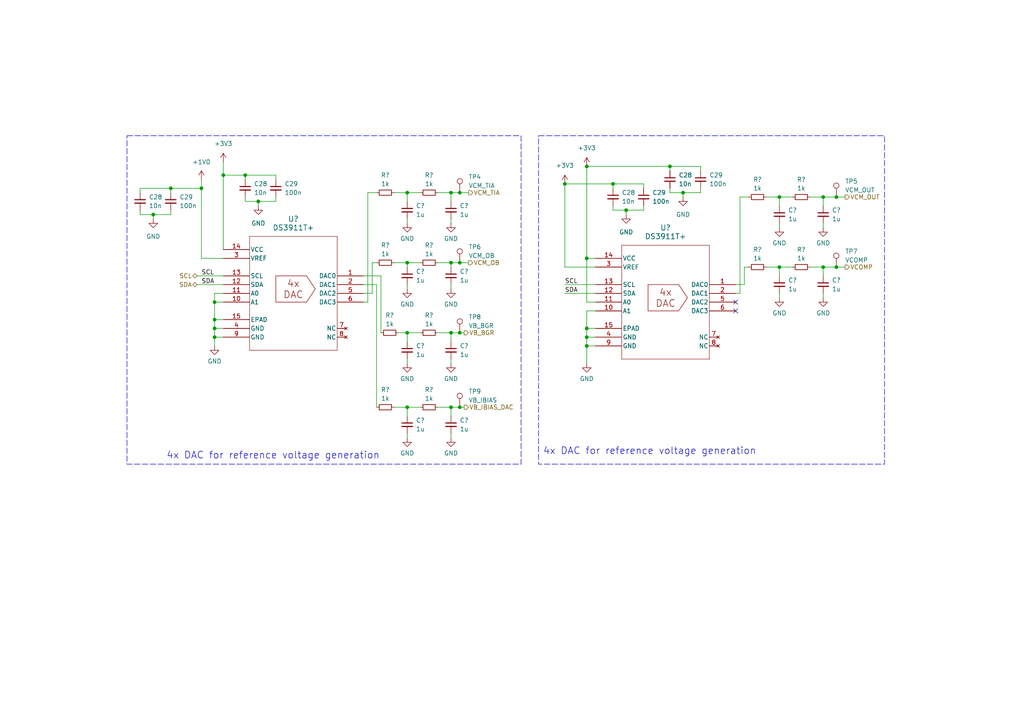
<source format=kicad_sch>
(kicad_sch (version 20230121) (generator eeschema)
  (paper "A4")
  (lib_symbols
    (symbol "Connector:TestPoint" (pin_numbers hide) (pin_names (offset 0.762) hide)
      (property "Reference" "TP" (at 0 6.858 0))
      (property "Value" "TestPoint" (at 0 5.08 0))
      (symbol "TestPoint_0_1"
        (circle (center 0 3.302) (radius 0.762))
      )
      (symbol "TestPoint_1_1"
        (pin passive line (at 0 0 90) (length 2.54) (name "1") (number "1"))
      )
    )
    (symbol "Device:C_Small" (pin_numbers hide) (pin_names (offset 0.254) hide)
      (property "Reference" "C" (at 0.254 1.778 0))
      (property "Value" "C_Small" (at 0.254 -2.032 0))
      (symbol "C_Small_0_1"
        (polyline (pts (xy -1.524 -0.508) (xy 1.524 -0.508)) (stroke (width 0.3302)))
        (polyline (pts (xy -1.524 0.508) (xy 1.524 0.508)) (stroke (width 0.3048)))
      )
      (symbol "C_Small_1_1"
        (pin passive line (at 0 2.54 270) (length 2.032) (name "~") (number "1"))
        (pin passive line (at 0 -2.54 90) (length 2.032) (name "~") (number "2"))
      )
    )
    (symbol "Device:R_Small" (pin_numbers hide) (pin_names (offset 0.254) hide)
      (property "Reference" "R" (at 0.762 0.508 0))
      (property "Value" "R_Small" (at 0.762 -1.016 0))
      (symbol "R_Small_0_1"
        (rectangle (start -0.762 1.778) (end 0.762 -1.778) (stroke (width 0.2032)))
      )
      (symbol "R_Small_1_1"
        (pin passive line (at 0 2.54 270) (length 0.762) (name "~") (number "1"))
        (pin passive line (at 0 -2.54 90) (length 0.762) (name "~") (number "2"))
      )
    )
    (symbol "imported_components:DS3911T+" (pin_names (offset 0.254))
      (property "Reference" "U" (at 0 19.05 0))
      (property "Value" "DS3911T+" (at 0 16.51 0))
      (symbol "DS3911T+_0_1"
        (polyline (pts (xy -12.7 -17.78) (xy 12.7 -17.78)) (stroke (width 0.127)))
        (polyline (pts (xy -12.7 15.24) (xy -12.7 -17.78)) (stroke (width 0.127)))
        (polyline (pts (xy 12.7 -17.78) (xy 12.7 15.24)) (stroke (width 0.127)))
        (polyline (pts (xy 12.7 15.24) (xy -12.7 15.24)) (stroke (width 0.127)))
        (pin bidirectional line (at 20.32 3.81 180) (length 7.62) (name "DAC0") (number "1"))
        (pin bidirectional line (at -20.32 1.27 0) (length 7.62) (name "SDA") (number "12"))
        (pin bidirectional line (at -20.32 3.81 0) (length 7.62) (name "SCL") (number "13"))
        (pin power_in line (at -20.32 11.43 0) (length 7.62) (name "VCC") (number "14"))
        (pin bidirectional line (at 20.32 1.27 180) (length 7.62) (name "DAC1") (number "2"))
        (pin power_in line (at -20.32 8.89 0) (length 7.62) (name "VREF") (number "3"))
        (pin power_in line (at -20.32 -11.43 0) (length 7.62) (name "GND") (number "4"))
        (pin bidirectional line (at 20.32 -1.27 180) (length 7.62) (name "DAC2") (number "5"))
        (pin bidirectional line (at 20.32 -3.81 180) (length 7.62) (name "DAC3") (number "6"))
        (pin power_in line (at -20.32 -13.97 0) (length 7.62) (name "GND") (number "9"))
      )
      (symbol "DS3911T+_1_1"
        (polyline (pts (xy -5.08 3.81) (xy -5.08 -3.81) (xy 3.81 -3.81) (xy 6.35 0) (xy 3.81 3.81) (xy -5.08 3.81)))
        (text "4x\nDAC" (at 0 0 0) (effects (font (size 2 2))))
        (pin passive line (at -20.32 -3.81 0) (length 7.62) (name "A1") (number "10"))
        (pin passive line (at -20.32 -1.27 0) (length 7.62) (name "A0") (number "11"))
        (pin power_in line (at -20.32 -8.89 0) (length 7.62) (name "EPAD") (number "15"))
        (pin no_connect line (at 15.24 -11.43 180) (length 2.54) (name "NC") (number "7"))
        (pin no_connect line (at 15.24 -13.97 180) (length 2.54) (name "NC") (number "8"))
      )
    )
    (symbol "power:+1V0" (power) (pin_names (offset 0))
      (property "Value" "+1V0" (at 0 3.556 0))
      (symbol "+1V0_0_1"
        (polyline (pts (xy -0.762 1.27) (xy 0 2.54)))
        (polyline (pts (xy 0 0) (xy 0 2.54)))
        (polyline (pts (xy 0 2.54) (xy 0.762 1.27)))
      )
      (symbol "+1V0_1_1"
        (pin power_in line (at 0 0 90) (length 0) hide (name "+1V0") (number "1"))
      )
    )
    (symbol "power:+3V3" (power) (pin_names (offset 0))
      (property "Value" "+3V3" (at 0 3.556 0))
      (symbol "+3V3_0_1"
        (polyline (pts (xy -0.762 1.27) (xy 0 2.54)))
        (polyline (pts (xy 0 0) (xy 0 2.54)))
        (polyline (pts (xy 0 2.54) (xy 0.762 1.27)))
      )
      (symbol "+3V3_1_1"
        (pin power_in line (at 0 0 90) (length 0) hide (name "+3V3") (number "1"))
      )
    )
    (symbol "power:GND" (power) (pin_names (offset 0))
      (property "Value" "GND" (at 0 -3.81 0))
      (symbol "GND_0_1"
        (polyline (pts (xy 0 0) (xy 0 -1.27) (xy 1.27 -1.27) (xy 0 -2.54) (xy -1.27 -1.27) (xy 0 -1.27)))
      )
      (symbol "GND_1_1"
        (pin power_in line (at 0 0 270) (length 0) hide (name "GND") (number "1"))
      )
    )
  )
  (junction (at 74.93 58.42))
  (junction (at 170.18 95.25))
  (junction (at 226.06 77.47))
  (junction (at 62.23 95.25))
  (junction (at 133.35 76.2))
  (junction (at 163.83 53.34))
  (junction (at 71.12 50.8))
  (junction (at 130.81 118.11))
  (junction (at 170.18 100.33))
  (junction (at 130.81 55.88))
  (junction (at 181.61 60.96))
  (junction (at 242.57 57.15))
  (junction (at 133.35 96.52))
  (junction (at 170.18 74.93))
  (junction (at 238.76 57.15))
  (junction (at 170.18 48.26))
  (junction (at 238.76 77.47))
  (junction (at 133.35 55.88))
  (junction (at 58.42 54.61))
  (junction (at 62.23 92.71))
  (junction (at 118.11 55.88))
  (junction (at 198.12 55.88))
  (junction (at 170.18 97.79))
  (junction (at 49.53 54.61))
  (junction (at 118.11 96.52))
  (junction (at 44.45 62.23))
  (junction (at 177.8 53.34))
  (junction (at 62.23 97.79))
  (junction (at 118.11 76.2))
  (junction (at 118.11 118.11))
  (junction (at 62.23 87.63))
  (junction (at 130.81 96.52))
  (junction (at 130.81 76.2))
  (junction (at 64.77 50.8))
  (junction (at 242.57 77.47))
  (junction (at 194.31 48.26))
  (junction (at 133.35 118.11))
  (junction (at 226.06 57.15))
  (no_connect (at 213.36 87.63))
  (no_connect (at 213.36 90.17))
  (wire (pts (xy 194.31 48.26) (xy 203.2 48.26)))
  (wire (pts (xy 226.06 57.15) (xy 226.06 59.69)))
  (wire (pts (xy 242.57 57.15) (xy 245.11 57.15)))
  (wire (pts (xy 118.11 125.73) (xy 118.11 127)))
  (wire (pts (xy 130.81 76.2) (xy 130.81 77.47)))
  (wire (pts (xy 133.35 55.88) (xy 135.89 55.88)))
  (wire (pts (xy 127 118.11) (xy 130.81 118.11)))
  (wire (pts (xy 170.18 74.93) (xy 172.72 74.93)))
  (wire (pts (xy 163.83 53.34) (xy 163.83 77.47)))
  (wire (pts (xy 170.18 95.25) (xy 170.18 90.17)))
  (wire (pts (xy 238.76 57.15) (xy 242.57 57.15)))
  (wire (pts (xy 177.8 53.34) (xy 177.8 54.61)))
  (wire (pts (xy 49.53 60.96) (xy 49.53 62.23)))
  (wire (pts (xy 58.42 54.61) (xy 58.42 74.93)))
  (wire (pts (xy 181.61 60.96) (xy 177.8 60.96)))
  (wire (pts (xy 214.63 57.15) (xy 217.17 57.15)))
  (wire (pts (xy 107.95 76.2) (xy 109.22 76.2)))
  (wire (pts (xy 64.77 50.8) (xy 71.12 50.8)))
  (wire (pts (xy 133.35 76.2) (xy 135.89 76.2)))
  (wire (pts (xy 238.76 77.47) (xy 242.57 77.47)))
  (wire (pts (xy 49.53 55.88) (xy 49.53 54.61)))
  (wire (pts (xy 226.06 85.09) (xy 226.06 86.36)))
  (wire (pts (xy 118.11 55.88) (xy 118.11 58.42)))
  (wire (pts (xy 58.42 52.07) (xy 58.42 54.61)))
  (wire (pts (xy 213.36 85.09) (xy 214.63 85.09)))
  (wire (pts (xy 215.9 77.47) (xy 215.9 82.55)))
  (wire (pts (xy 40.64 54.61) (xy 40.64 55.88)))
  (wire (pts (xy 203.2 55.88) (xy 198.12 55.88)))
  (wire (pts (xy 118.11 104.14) (xy 118.11 105.41)))
  (wire (pts (xy 130.81 118.11) (xy 130.81 120.65)))
  (wire (pts (xy 57.15 80.01) (xy 64.77 80.01)))
  (wire (pts (xy 130.81 82.55) (xy 130.81 83.82)))
  (wire (pts (xy 234.95 77.47) (xy 238.76 77.47)))
  (wire (pts (xy 62.23 92.71) (xy 64.77 92.71)))
  (wire (pts (xy 62.23 87.63) (xy 62.23 85.09)))
  (wire (pts (xy 238.76 57.15) (xy 238.76 59.69)))
  (wire (pts (xy 62.23 87.63) (xy 64.77 87.63)))
  (wire (pts (xy 238.76 77.47) (xy 238.76 80.01)))
  (wire (pts (xy 114.3 76.2) (xy 118.11 76.2)))
  (wire (pts (xy 130.81 96.52) (xy 130.81 99.06)))
  (wire (pts (xy 62.23 85.09) (xy 64.77 85.09)))
  (wire (pts (xy 80.01 57.15) (xy 80.01 58.42)))
  (wire (pts (xy 106.68 55.88) (xy 109.22 55.88)))
  (wire (pts (xy 177.8 53.34) (xy 186.69 53.34)))
  (wire (pts (xy 49.53 62.23) (xy 44.45 62.23)))
  (wire (pts (xy 234.95 57.15) (xy 238.76 57.15)))
  (wire (pts (xy 163.83 77.47) (xy 172.72 77.47)))
  (wire (pts (xy 127 76.2) (xy 130.81 76.2)))
  (wire (pts (xy 114.3 55.88) (xy 118.11 55.88)))
  (wire (pts (xy 71.12 50.8) (xy 71.12 52.07)))
  (wire (pts (xy 130.81 55.88) (xy 130.81 58.42)))
  (wire (pts (xy 118.11 82.55) (xy 118.11 83.82)))
  (wire (pts (xy 170.18 90.17) (xy 172.72 90.17)))
  (wire (pts (xy 130.81 55.88) (xy 133.35 55.88)))
  (wire (pts (xy 44.45 62.23) (xy 40.64 62.23)))
  (wire (pts (xy 110.49 80.01) (xy 110.49 96.52)))
  (wire (pts (xy 133.35 96.52) (xy 134.62 96.52)))
  (wire (pts (xy 226.06 64.77) (xy 226.06 66.04)))
  (wire (pts (xy 62.23 97.79) (xy 64.77 97.79)))
  (wire (pts (xy 74.93 58.42) (xy 71.12 58.42)))
  (wire (pts (xy 118.11 63.5) (xy 118.11 64.77)))
  (wire (pts (xy 186.69 54.61) (xy 186.69 53.34)))
  (wire (pts (xy 62.23 92.71) (xy 62.23 87.63)))
  (wire (pts (xy 198.12 55.88) (xy 194.31 55.88)))
  (wire (pts (xy 177.8 60.96) (xy 177.8 59.69)))
  (wire (pts (xy 214.63 57.15) (xy 214.63 85.09)))
  (wire (pts (xy 170.18 100.33) (xy 172.72 100.33)))
  (wire (pts (xy 222.25 77.47) (xy 226.06 77.47)))
  (wire (pts (xy 105.41 82.55) (xy 109.22 82.55)))
  (wire (pts (xy 62.23 97.79) (xy 62.23 100.33)))
  (wire (pts (xy 186.69 60.96) (xy 181.61 60.96)))
  (wire (pts (xy 130.81 125.73) (xy 130.81 127)))
  (wire (pts (xy 118.11 76.2) (xy 118.11 77.47)))
  (wire (pts (xy 170.18 97.79) (xy 172.72 97.79)))
  (wire (pts (xy 106.68 55.88) (xy 106.68 87.63)))
  (wire (pts (xy 118.11 96.52) (xy 118.11 99.06)))
  (wire (pts (xy 238.76 85.09) (xy 238.76 86.36)))
  (wire (pts (xy 115.57 96.52) (xy 118.11 96.52)))
  (wire (pts (xy 213.36 82.55) (xy 215.9 82.55)))
  (wire (pts (xy 170.18 87.63) (xy 172.72 87.63)))
  (wire (pts (xy 163.83 53.34) (xy 177.8 53.34)))
  (wire (pts (xy 49.53 54.61) (xy 58.42 54.61)))
  (wire (pts (xy 105.41 85.09) (xy 107.95 85.09)))
  (wire (pts (xy 170.18 95.25) (xy 172.72 95.25)))
  (wire (pts (xy 170.18 74.93) (xy 170.18 87.63)))
  (wire (pts (xy 62.23 95.25) (xy 64.77 95.25)))
  (wire (pts (xy 238.76 64.77) (xy 238.76 66.04)))
  (wire (pts (xy 44.45 62.23) (xy 44.45 63.5)))
  (wire (pts (xy 163.83 82.55) (xy 172.72 82.55)))
  (wire (pts (xy 181.61 60.96) (xy 181.61 62.23)))
  (wire (pts (xy 118.11 118.11) (xy 118.11 120.65)))
  (wire (pts (xy 127 96.52) (xy 130.81 96.52)))
  (wire (pts (xy 40.64 62.23) (xy 40.64 60.96)))
  (wire (pts (xy 107.95 76.2) (xy 107.95 85.09)))
  (wire (pts (xy 118.11 118.11) (xy 121.92 118.11)))
  (wire (pts (xy 226.06 77.47) (xy 226.06 80.01)))
  (wire (pts (xy 198.12 55.88) (xy 198.12 57.15)))
  (wire (pts (xy 105.41 80.01) (xy 110.49 80.01)))
  (wire (pts (xy 215.9 77.47) (xy 217.17 77.47)))
  (wire (pts (xy 40.64 54.61) (xy 49.53 54.61)))
  (wire (pts (xy 242.57 77.47) (xy 245.11 77.47)))
  (wire (pts (xy 130.81 63.5) (xy 130.81 64.77)))
  (wire (pts (xy 130.81 118.11) (xy 133.35 118.11)))
  (wire (pts (xy 64.77 46.99) (xy 64.77 50.8)))
  (wire (pts (xy 226.06 77.47) (xy 229.87 77.47)))
  (wire (pts (xy 203.2 54.61) (xy 203.2 55.88)))
  (wire (pts (xy 130.81 76.2) (xy 133.35 76.2)))
  (wire (pts (xy 71.12 58.42) (xy 71.12 57.15)))
  (wire (pts (xy 118.11 96.52) (xy 121.92 96.52)))
  (wire (pts (xy 194.31 55.88) (xy 194.31 54.61)))
  (wire (pts (xy 105.41 87.63) (xy 106.68 87.63)))
  (wire (pts (xy 170.18 95.25) (xy 170.18 97.79)))
  (wire (pts (xy 80.01 58.42) (xy 74.93 58.42)))
  (wire (pts (xy 109.22 82.55) (xy 109.22 118.11)))
  (wire (pts (xy 127 55.88) (xy 130.81 55.88)))
  (wire (pts (xy 118.11 76.2) (xy 121.92 76.2)))
  (wire (pts (xy 130.81 104.14) (xy 130.81 105.41)))
  (wire (pts (xy 71.12 50.8) (xy 80.01 50.8)))
  (wire (pts (xy 226.06 57.15) (xy 229.87 57.15)))
  (wire (pts (xy 64.77 50.8) (xy 64.77 72.39)))
  (wire (pts (xy 222.25 57.15) (xy 226.06 57.15)))
  (wire (pts (xy 170.18 48.26) (xy 194.31 48.26)))
  (wire (pts (xy 57.15 82.55) (xy 64.77 82.55)))
  (wire (pts (xy 163.83 85.09) (xy 172.72 85.09)))
  (wire (pts (xy 74.93 58.42) (xy 74.93 59.69)))
  (wire (pts (xy 62.23 95.25) (xy 62.23 97.79)))
  (wire (pts (xy 62.23 92.71) (xy 62.23 95.25)))
  (wire (pts (xy 114.3 118.11) (xy 118.11 118.11)))
  (wire (pts (xy 80.01 52.07) (xy 80.01 50.8)))
  (wire (pts (xy 203.2 49.53) (xy 203.2 48.26)))
  (wire (pts (xy 170.18 97.79) (xy 170.18 100.33)))
  (wire (pts (xy 170.18 48.26) (xy 170.18 74.93)))
  (wire (pts (xy 130.81 96.52) (xy 133.35 96.52)))
  (wire (pts (xy 58.42 74.93) (xy 64.77 74.93)))
  (wire (pts (xy 118.11 55.88) (xy 121.92 55.88)))
  (wire (pts (xy 186.69 59.69) (xy 186.69 60.96)))
  (wire (pts (xy 194.31 48.26) (xy 194.31 49.53)))
  (wire (pts (xy 133.35 118.11) (xy 134.62 118.11)))
  (wire (pts (xy 170.18 100.33) (xy 170.18 105.41)))
  (rectangle (start 156.21 39.37) (end 256.54 134.62) (stroke (width 0) (type dash)))
  (rectangle (start 36.83 39.37) (end 151.13 134.62) (stroke (width 0) (type dash)))
  (text "4x DAC for reference voltage generation" (at 48.26 133.35 0) (effects (font (size 2 2)) (justify left bottom)))
  (text "4x DAC for reference voltage generation" (at 157.48 132.08 0) (effects (font (size 2 2)) (justify left bottom)))
  (label "SDA" (at 163.83 85.09 0))
  (label "SCL" (at 58.42 80.01 0))
  (label "SCL" (at 163.83 82.55 0))
  (label "SDA" (at 58.42 82.55 0))
  (hierarchical_label "VCM_OB" (shape output) (at 135.89 76.2 0))
  (hierarchical_label "SDA" (shape bidirectional) (at 57.15 82.55 180))
  (hierarchical_label "SCL" (shape bidirectional) (at 57.15 80.01 180))
  (hierarchical_label "VB_IBIAS_DAC" (shape output) (at 134.62 118.11 0))
  (hierarchical_label "VCM_TIA" (shape output) (at 135.89 55.88 0))
  (hierarchical_label "VCOMP" (shape output) (at 245.11 77.47 0))
  (hierarchical_label "VCM_OUT" (shape output) (at 245.11 57.15 0))
  (hierarchical_label "VB_BGR" (shape output) (at 134.62 96.52 0))
  (symbol (lib_id "Device:R_Small") (at 219.71 57.15 90) (unit 1)
    (property "Reference" "R?" (at 219.71 52.07 90))
    (property "Value" "1k" (at 219.71 54.61 90))
    (property "Footprint" "Resistor_SMD:R_0402_1005Metric" (effects hide))
    (property "Description" "RES 1K OHM 1% 1/16W 0402" (effects hide))
    (property "Manufacturer" "Yageo" (effects hide))
    (property "PartNum" "RC0402FR-071KL" (effects hide))
    (instances (project "pixel_char_fall2023" (path "" (reference "R?") (unit 1)) (path "" (reference "R6") (unit 1))))
  )
  (symbol (lib_id "power:GND") (at 118.11 105.41 0) (unit 1)
    (property "Reference" "#PWR?" (effects hide))
    (property "Value" "GND" (at 118.11 109.855 0))
    (instances (project "pixel_char_fall2023" (path "" (reference "#PWR?") (unit 1)) (path "" (reference "#PWR078") (unit 1))))
  )
  (symbol (lib_id "Device:R_Small") (at 219.71 77.47 90) (unit 1)
    (property "Reference" "R?" (at 219.71 72.39 90))
    (property "Value" "1k" (at 219.71 74.93 90))
    (property "Footprint" "Resistor_SMD:R_0402_1005Metric" (effects hide))
    (property "Description" "RES 1K OHM 1% 1/16W 0402" (effects hide))
    (property "Manufacturer" "Yageo" (effects hide))
    (property "PartNum" "RC0402FR-071KL" (effects hide))
    (instances (project "pixel_char_fall2023" (path "" (reference "R?") (unit 1)) (path "" (reference "R10") (unit 1))))
  )
  (symbol (lib_id "Device:R_Small") (at 111.76 55.88 90) (unit 1)
    (property "Reference" "R?" (at 111.76 50.8 90))
    (property "Value" "1k" (at 111.76 53.34 90))
    (property "Footprint" "Resistor_SMD:R_0402_1005Metric" (effects hide))
    (property "Description" "RES 1K OHM 1% 1/16W 0402" (effects hide))
    (property "Manufacturer" "Yageo" (effects hide))
    (property "PartNum" "RC0402FR-071KL" (effects hide))
    (instances (project "pixel_char_fall2023" (path "" (reference "R?") (unit 1)) (path "" (reference "R4") (unit 1))))
  )
  (symbol (lib_id "Device:C_Small") (at 130.81 101.6 0) (unit 1)
    (property "Reference" "C?" (at 133.35 100.3363 0) (effects (justify left)))
    (property "Value" "1u" (at 133.35 102.8763 0) (effects (justify left)))
    (property "Footprint" "Capacitor_SMD:C_0402_1005Metric" (effects hide))
    (property "Description" "CAP CER 1UF 6.3V X7R 0402" (effects hide))
    (property "Manufacturer" "Murata Electronics" (effects hide))
    (property "PartNum" "GRM155R70J105KA12J" (effects hide))
    (instances (project "pixel_char_fall2023" (path "" (reference "C?") (unit 1)) (path "" (reference "C66") (unit 1))))
  )
  (symbol (lib_id "Device:C_Small") (at 80.01 54.61 0) (unit 1)
    (property "Reference" "C29" (at 82.55 53.3463 0) (effects (justify left)))
    (property "Value" "100n" (at 82.55 55.8863 0) (effects (justify left)))
    (property "Footprint" "Capacitor_SMD:C_0402_1005Metric" (effects hide))
    (property "Description" "CAP CER 0.1UF 25V X7R 0402" (effects hide))
    (property "Manufacturer" "Murata Electronics" (effects hide))
    (property "PartNum" "GRM155R71E104KE14J" (effects hide))
    (instances (project "pixel_char_fall2023" (path "" (reference "C29") (unit 1)) (path "" (reference "C52") (unit 1))))
  )
  (symbol (lib_id "Connector:TestPoint") (at 133.35 118.11 0) (unit 1) (in_bom no)
    (property "Reference" "TP9" (at 135.89 113.538 0) (effects (justify left)))
    (property "Value" "VB_IBIAS" (at 135.89 116.078 0) (effects (justify left)))
    (property "Footprint" "TestPoint:TestPoint_Pad_D2.0mm" (effects hide))
    (property "PartNum" "N/A" (effects hide))
    (property "Description" "N/A" (effects hide))
    (property "Manufacturer" "N/A" (effects hide))
  )
  (symbol (lib_id "power:GND") (at 226.06 66.04 0) (unit 1)
    (property "Reference" "#PWR?" (effects hide))
    (property "Value" "GND" (at 226.06 70.485 0))
    (instances (project "pixel_char_fall2023" (path "" (reference "#PWR?") (unit 1)) (path "" (reference "#PWR070") (unit 1))))
  )
  (symbol (lib_id "Device:R_Small") (at 111.76 118.11 90) (unit 1)
    (property "Reference" "R?" (at 111.76 113.03 90))
    (property "Value" "1k" (at 111.76 115.57 90))
    (property "Footprint" "Resistor_SMD:R_0402_1005Metric" (effects hide))
    (property "Description" "RES 1K OHM 1% 1/16W 0402" (effects hide))
    (property "Manufacturer" "Yageo" (effects hide))
    (property "PartNum" "RC0402FR-071KL" (effects hide))
    (instances (project "pixel_char_fall2023" (path "" (reference "R?") (unit 1)) (path "" (reference "R14") (unit 1))))
  )
  (symbol (lib_id "Device:C_Small") (at 118.11 101.6 0) (unit 1)
    (property "Reference" "C?" (at 120.65 100.3363 0) (effects (justify left)))
    (property "Value" "1u" (at 120.65 102.8763 0) (effects (justify left)))
    (property "Footprint" "Capacitor_SMD:C_0402_1005Metric" (effects hide))
    (property "Description" "CAP CER 1UF 6.3V X7R 0402" (effects hide))
    (property "Manufacturer" "Murata Electronics" (effects hide))
    (property "PartNum" "GRM155R70J105KA12J" (effects hide))
    (instances (project "pixel_char_fall2023" (path "" (reference "C?") (unit 1)) (path "" (reference "C65") (unit 1))))
  )
  (symbol (lib_id "Device:R_Small") (at 232.41 57.15 90) (unit 1)
    (property "Reference" "R?" (at 232.41 52.07 90))
    (property "Value" "1k" (at 232.41 54.61 90))
    (property "Footprint" "Resistor_SMD:R_0402_1005Metric" (effects hide))
    (property "Description" "RES 1K OHM 1% 1/16W 0402" (effects hide))
    (property "Manufacturer" "Yageo" (effects hide))
    (property "PartNum" "RC0402FR-071KL" (effects hide))
    (instances (project "pixel_char_fall2023" (path "" (reference "R?") (unit 1)) (path "" (reference "R7") (unit 1))))
  )
  (symbol (lib_id "Device:C_Small") (at 194.31 52.07 0) (unit 1)
    (property "Reference" "C28" (at 196.85 50.8063 0) (effects (justify left)))
    (property "Value" "10n" (at 196.85 53.3463 0) (effects (justify left)))
    (property "Footprint" "Capacitor_SMD:C_0402_1005Metric" (effects hide))
    (property "Description" "CAP CER 10000PF 16V X7R 0402" (effects hide))
    (property "Manufacturer" "Murata Electronics" (effects hide))
    (property "PartNum" "GRT155R71C103KE01J" (effects hide))
    (instances (project "pixel_char_fall2023" (path "" (reference "C28") (unit 1)) (path "" (reference "C49") (unit 1))))
  )
  (symbol (lib_id "power:+3V3") (at 170.18 48.26 0) (unit 1)
    (property "Reference" "#PWR?" (effects hide))
    (property "Value" "+3V3" (at 170.18 42.926 0))
    (instances (project "pixel_char_fall2023" (path "" (reference "#PWR?") (unit 1)) (path "" (reference "#PWR061") (unit 1))))
  )
  (symbol (lib_id "Device:R_Small") (at 124.46 55.88 90) (unit 1)
    (property "Reference" "R?" (at 124.46 50.8 90))
    (property "Value" "1k" (at 124.46 53.34 90))
    (property "Footprint" "Resistor_SMD:R_0402_1005Metric" (effects hide))
    (property "Description" "RES 1K OHM 1% 1/16W 0402" (effects hide))
    (property "Manufacturer" "Yageo" (effects hide))
    (property "PartNum" "RC0402FR-071KL" (effects hide))
    (instances (project "pixel_char_fall2023" (path "" (reference "R?") (unit 1)) (path "" (reference "R5") (unit 1))))
  )
  (symbol (lib_id "power:GND") (at 226.06 86.36 0) (unit 1)
    (property "Reference" "#PWR?" (effects hide))
    (property "Value" "GND" (at 226.06 90.805 0))
    (instances (project "pixel_char_fall2023" (path "" (reference "#PWR?") (unit 1)) (path "" (reference "#PWR074") (unit 1))))
  )
  (symbol (lib_id "Device:R_Small") (at 111.76 76.2 90) (unit 1)
    (property "Reference" "R?" (at 111.76 71.12 90))
    (property "Value" "1k" (at 111.76 73.66 90))
    (property "Footprint" "Resistor_SMD:R_0402_1005Metric" (effects hide))
    (property "Description" "RES 1K OHM 1% 1/16W 0402" (effects hide))
    (property "Manufacturer" "Yageo" (effects hide))
    (property "PartNum" "RC0402FR-071KL" (effects hide))
    (instances (project "pixel_char_fall2023" (path "" (reference "R?") (unit 1)) (path "" (reference "R8") (unit 1))))
  )
  (symbol (lib_id "power:+3V3") (at 163.83 53.34 0) (unit 1)
    (property "Reference" "#PWR?" (effects hide))
    (property "Value" "+3V3" (at 163.83 48.006 0))
    (instances (project "pixel_char_fall2023" (path "" (reference "#PWR?") (unit 1)) (path "" (reference "#PWR063") (unit 1))))
  )
  (symbol (lib_id "Device:C_Small") (at 118.11 80.01 0) (unit 1)
    (property "Reference" "C?" (at 120.65 78.7463 0) (effects (justify left)))
    (property "Value" "1u" (at 120.65 81.2863 0) (effects (justify left)))
    (property "Footprint" "Capacitor_SMD:C_0402_1005Metric" (effects hide))
    (property "Description" "CAP CER 1UF 6.3V X7R 0402" (effects hide))
    (property "Manufacturer" "Murata Electronics" (effects hide))
    (property "PartNum" "GRM155R70J105KA12J" (effects hide))
    (instances (project "pixel_char_fall2023" (path "" (reference "C?") (unit 1)) (path "" (reference "C61") (unit 1))))
  )
  (symbol (lib_id "Device:C_Small") (at 226.06 62.23 0) (unit 1)
    (property "Reference" "C?" (at 228.6 60.9663 0) (effects (justify left)))
    (property "Value" "1u" (at 228.6 63.5063 0) (effects (justify left)))
    (property "Footprint" "Capacitor_SMD:C_0402_1005Metric" (effects hide))
    (property "Description" "CAP CER 1UF 6.3V X7R 0402" (effects hide))
    (property "Manufacturer" "Murata Electronics" (effects hide))
    (property "PartNum" "GRM155R70J105KA12J" (effects hide))
    (instances (project "pixel_char_fall2023" (path "" (reference "C?") (unit 1)) (path "" (reference "C59") (unit 1))))
  )
  (symbol (lib_id "power:GND") (at 130.81 105.41 0) (unit 1)
    (property "Reference" "#PWR?" (effects hide))
    (property "Value" "GND" (at 130.81 109.855 0))
    (instances (project "pixel_char_fall2023" (path "" (reference "#PWR?") (unit 1)) (path "" (reference "#PWR079") (unit 1))))
  )
  (symbol (lib_id "power:GND") (at 130.81 127 0) (unit 1)
    (property "Reference" "#PWR?" (effects hide))
    (property "Value" "GND" (at 130.81 131.445 0))
    (instances (project "pixel_char_fall2023" (path "" (reference "#PWR?") (unit 1)) (path "" (reference "#PWR081") (unit 1))))
  )
  (symbol (lib_id "power:GND") (at 238.76 66.04 0) (unit 1)
    (property "Reference" "#PWR?" (effects hide))
    (property "Value" "GND" (at 238.76 70.485 0))
    (instances (project "pixel_char_fall2023" (path "" (reference "#PWR?") (unit 1)) (path "" (reference "#PWR071") (unit 1))))
  )
  (symbol (lib_id "Device:C_Small") (at 238.76 62.23 0) (unit 1)
    (property "Reference" "C?" (at 241.3 60.9663 0) (effects (justify left)))
    (property "Value" "1u" (at 241.3 63.5063 0) (effects (justify left)))
    (property "Footprint" "Capacitor_SMD:C_0402_1005Metric" (effects hide))
    (property "Description" "CAP CER 1UF 6.3V X7R 0402" (effects hide))
    (property "Manufacturer" "Murata Electronics" (effects hide))
    (property "PartNum" "GRM155R70J105KA12J" (effects hide))
    (instances (project "pixel_char_fall2023" (path "" (reference "C?") (unit 1)) (path "" (reference "C60") (unit 1))))
  )
  (symbol (lib_id "Device:C_Small") (at 130.81 123.19 0) (unit 1)
    (property "Reference" "C?" (at 133.35 121.9263 0) (effects (justify left)))
    (property "Value" "1u" (at 133.35 124.4663 0) (effects (justify left)))
    (property "Footprint" "Capacitor_SMD:C_0402_1005Metric" (effects hide))
    (property "Description" "CAP CER 1UF 6.3V X7R 0402" (effects hide))
    (property "Manufacturer" "Murata Electronics" (effects hide))
    (property "PartNum" "GRM155R70J105KA12J" (effects hide))
    (instances (project "pixel_char_fall2023" (path "" (reference "C?") (unit 1)) (path "" (reference "C68") (unit 1))))
  )
  (symbol (lib_id "Device:C_Small") (at 130.81 60.96 0) (unit 1)
    (property "Reference" "C?" (at 133.35 59.6963 0) (effects (justify left)))
    (property "Value" "1u" (at 133.35 62.2363 0) (effects (justify left)))
    (property "Footprint" "Capacitor_SMD:C_0402_1005Metric" (effects hide))
    (property "Description" "CAP CER 1UF 6.3V X7R 0402" (effects hide))
    (property "Manufacturer" "Murata Electronics" (effects hide))
    (property "PartNum" "GRM155R70J105KA12J" (effects hide))
    (instances (project "pixel_char_fall2023" (path "" (reference "C?") (unit 1)) (path "" (reference "C58") (unit 1))))
  )
  (symbol (lib_id "Device:C_Small") (at 40.64 58.42 0) (unit 1)
    (property "Reference" "C28" (at 43.18 57.1563 0) (effects (justify left)))
    (property "Value" "10n" (at 43.18 59.6963 0) (effects (justify left)))
    (property "Footprint" "Capacitor_SMD:C_0402_1005Metric" (effects hide))
    (property "Description" "CAP CER 10000PF 16V X7R 0402" (effects hide))
    (property "Manufacturer" "Murata Electronics" (effects hide))
    (property "PartNum" "GRT155R71C103KE01J" (effects hide))
    (instances (project "pixel_char_fall2023" (path "" (reference "C28") (unit 1)) (path "" (reference "C55") (unit 1))))
  )
  (symbol (lib_id "power:GND") (at 118.11 64.77 0) (unit 1)
    (property "Reference" "#PWR?" (effects hide))
    (property "Value" "GND" (at 118.11 69.215 0))
    (instances (project "pixel_char_fall2023" (path "" (reference "#PWR?") (unit 1)) (path "" (reference "#PWR068") (unit 1))))
  )
  (symbol (lib_id "Device:C_Small") (at 203.2 52.07 0) (unit 1)
    (property "Reference" "C29" (at 205.74 50.8063 0) (effects (justify left)))
    (property "Value" "100n" (at 205.74 53.3463 0) (effects (justify left)))
    (property "Footprint" "Capacitor_SMD:C_0402_1005Metric" (effects hide))
    (property "Description" "CAP CER 0.1UF 25V X7R 0402" (effects hide))
    (property "Manufacturer" "Murata Electronics" (effects hide))
    (property "PartNum" "GRM155R71E104KE14J" (effects hide))
    (instances (project "pixel_char_fall2023" (path "" (reference "C29") (unit 1)) (path "" (reference "C50") (unit 1))))
  )
  (symbol (lib_id "power:GND") (at 44.45 63.5 0) (unit 1)
    (property "Reference" "#PWR?" (effects hide))
    (property "Value" "GND" (at 44.45 68.58 0))
    (instances (project "pixel_char_fall2023" (path "" (reference "#PWR?") (unit 1)) (path "" (reference "#PWR067") (unit 1)) (path "" (reference "#PWR067") (unit 1))))
  )
  (symbol (lib_id "power:GND") (at 118.11 127 0) (unit 1)
    (property "Reference" "#PWR?" (effects hide))
    (property "Value" "GND" (at 118.11 131.445 0))
    (instances (project "pixel_char_fall2023" (path "" (reference "#PWR?") (unit 1)) (path "" (reference "#PWR080") (unit 1))))
  )
  (symbol (lib_id "Device:C_Small") (at 118.11 123.19 0) (unit 1)
    (property "Reference" "C?" (at 120.65 121.9263 0) (effects (justify left)))
    (property "Value" "1u" (at 120.65 124.4663 0) (effects (justify left)))
    (property "Footprint" "Capacitor_SMD:C_0402_1005Metric" (effects hide))
    (property "Description" "CAP CER 1UF 6.3V X7R 0402" (effects hide))
    (property "Manufacturer" "Murata Electronics" (effects hide))
    (property "PartNum" "GRM155R70J105KA12J" (effects hide))
    (instances (project "pixel_char_fall2023" (path "" (reference "C?") (unit 1)) (path "" (reference "C67") (unit 1))))
  )
  (symbol (lib_id "Device:C_Small") (at 226.06 82.55 0) (unit 1)
    (property "Reference" "C?" (at 228.6 81.2863 0) (effects (justify left)))
    (property "Value" "1u" (at 228.6 83.8263 0) (effects (justify left)))
    (property "Footprint" "Capacitor_SMD:C_0402_1005Metric" (effects hide))
    (property "Description" "CAP CER 1UF 6.3V X7R 0402" (effects hide))
    (property "Manufacturer" "Murata Electronics" (effects hide))
    (property "PartNum" "GRM155R70J105KA12J" (effects hide))
    (instances (project "pixel_char_fall2023" (path "" (reference "C?") (unit 1)) (path "" (reference "C63") (unit 1))))
  )
  (symbol (lib_id "Connector:TestPoint") (at 133.35 96.52 0) (unit 1) (in_bom no)
    (property "Reference" "TP8" (at 135.89 91.948 0) (effects (justify left)))
    (property "Value" "VB_BGR" (at 135.89 94.488 0) (effects (justify left)))
    (property "Footprint" "TestPoint:TestPoint_Pad_D2.0mm" (effects hide))
    (property "PartNum" "N/A" (effects hide))
    (property "Description" "N/A" (effects hide))
    (property "Manufacturer" "N/A" (effects hide))
  )
  (symbol (lib_id "Device:C_Small") (at 118.11 60.96 0) (unit 1)
    (property "Reference" "C?" (at 120.65 59.6963 0) (effects (justify left)))
    (property "Value" "1u" (at 120.65 62.2363 0) (effects (justify left)))
    (property "Footprint" "Capacitor_SMD:C_0402_1005Metric" (effects hide))
    (property "Description" "CAP CER 1UF 6.3V X7R 0402" (effects hide))
    (property "Manufacturer" "Murata Electronics" (effects hide))
    (property "PartNum" "GRM155R70J105KA12J" (effects hide))
    (instances (project "pixel_char_fall2023" (path "" (reference "C?") (unit 1)) (path "" (reference "C57") (unit 1))))
  )
  (symbol (lib_id "power:+3V3") (at 64.77 46.99 0) (unit 1)
    (property "Reference" "#PWR?" (effects hide))
    (property "Value" "+3V3" (at 64.77 41.656 0))
    (instances (project "pixel_char_fall2023" (path "" (reference "#PWR?") (unit 1)) (path "" (reference "#PWR060") (unit 1))))
  )
  (symbol (lib_id "power:GND") (at 62.23 100.33 0) (unit 1)
    (property "Reference" "#PWR?" (effects hide))
    (property "Value" "GND" (at 62.23 104.775 0))
    (instances (project "pixel_char_fall2023" (path "" (reference "#PWR?") (unit 1)) (path "" (reference "#PWR076") (unit 1))))
  )
  (symbol (lib_id "Connector:TestPoint") (at 242.57 77.47 0) (unit 1) (in_bom no)
    (property "Reference" "TP7" (at 245.11 72.898 0) (effects (justify left)))
    (property "Value" "VCOMP" (at 245.11 75.438 0) (effects (justify left)))
    (property "Footprint" "TestPoint:TestPoint_Pad_D2.0mm" (effects hide))
    (property "PartNum" "N/A" (effects hide))
    (property "Description" "N/A" (effects hide))
    (property "Manufacturer" "N/A" (effects hide))
  )
  (symbol (lib_id "Device:R_Small") (at 232.41 77.47 90) (unit 1)
    (property "Reference" "R?" (at 232.41 72.39 90))
    (property "Value" "1k" (at 232.41 74.93 90))
    (property "Footprint" "Resistor_SMD:R_0402_1005Metric" (effects hide))
    (property "Description" "RES 1K OHM 1% 1/16W 0402" (effects hide))
    (property "Manufacturer" "Yageo" (effects hide))
    (property "PartNum" "RC0402FR-071KL" (effects hide))
    (instances (project "pixel_char_fall2023" (path "" (reference "R?") (unit 1)) (path "" (reference "R11") (unit 1))))
  )
  (symbol (lib_id "power:GND") (at 238.76 86.36 0) (unit 1)
    (property "Reference" "#PWR?" (effects hide))
    (property "Value" "GND" (at 238.76 90.805 0))
    (instances (project "pixel_char_fall2023" (path "" (reference "#PWR?") (unit 1)) (path "" (reference "#PWR075") (unit 1))))
  )
  (symbol (lib_id "imported_components:DS3911T+") (at 85.09 83.82 0) (unit 1)
    (property "Reference" "U?" (at 85.09 63.5 0) (effects (font (size 1.524 1.524))))
    (property "Value" "DS3911T+" (at 85.09 66.04 0) (effects (font (size 1.524 1.524))))
    (property "Footprint" "21-0253_T1435N+1_MXM" (effects hide))
    (property "Datasheet" "https://www.analog.com/media/en/technical-documentation/data-sheets/DS3911.pdf" (effects hide))
    (property "PartNum" "DS3911T+" (effects hide))
    (property "Description" "IC DAC 10BIT V-OUT 14TDFN" (effects hide))
    (property "Manufacturer" "Analog Devices Inc./Maxim Integrated" (effects hide))
    (instances (project "pixel_char_fall2023" (path "" (reference "U?") (unit 1)) (path "" (reference "U10") (unit 1))))
  )
  (symbol (lib_id "power:GND") (at 130.81 83.82 0) (unit 1)
    (property "Reference" "#PWR?" (effects hide))
    (property "Value" "GND" (at 130.81 88.265 0))
    (instances (project "pixel_char_fall2023" (path "" (reference "#PWR?") (unit 1)) (path "" (reference "#PWR073") (unit 1))))
  )
  (symbol (lib_id "Device:R_Small") (at 124.46 76.2 90) (unit 1)
    (property "Reference" "R?" (at 124.46 71.12 90))
    (property "Value" "1k" (at 124.46 73.66 90))
    (property "Footprint" "Resistor_SMD:R_0402_1005Metric" (effects hide))
    (property "Description" "RES 1K OHM 1% 1/16W 0402" (effects hide))
    (property "Manufacturer" "Yageo" (effects hide))
    (property "PartNum" "RC0402FR-071KL" (effects hide))
    (instances (project "pixel_char_fall2023" (path "" (reference "R?") (unit 1)) (path "" (reference "R9") (unit 1))))
  )
  (symbol (lib_id "imported_components:DS3911T+") (at 193.04 86.36 0) (unit 1)
    (property "Reference" "U?" (at 193.04 66.04 0) (effects (font (size 1.524 1.524))))
    (property "Value" "DS3911T+" (at 193.04 68.58 0) (effects (font (size 1.524 1.524))))
    (property "Footprint" "21-0253_T1435N+1_MXM" (effects hide))
    (property "Datasheet" "https://www.analog.com/media/en/technical-documentation/data-sheets/DS3911.pdf" (effects hide))
    (property "PartNum" "DS3911T+" (effects hide))
    (property "Description" "IC DAC 10BIT V-OUT 14TDFN" (effects hide))
    (property "Manufacturer" "Analog Devices Inc./Maxim Integrated" (effects hide))
    (instances (project "pixel_char_fall2023" (path "" (reference "U?") (unit 1)) (path "" (reference "U11") (unit 1))))
  )
  (symbol (lib_id "power:GND") (at 130.81 64.77 0) (unit 1)
    (property "Reference" "#PWR?" (effects hide))
    (property "Value" "GND" (at 130.81 69.215 0))
    (instances (project "pixel_char_fall2023" (path "" (reference "#PWR?") (unit 1)) (path "" (reference "#PWR069") (unit 1))))
  )
  (symbol (lib_id "Device:C_Small") (at 238.76 82.55 0) (unit 1)
    (property "Reference" "C?" (at 241.3 81.2863 0) (effects (justify left)))
    (property "Value" "1u" (at 241.3 83.8263 0) (effects (justify left)))
    (property "Footprint" "Capacitor_SMD:C_0402_1005Metric" (effects hide))
    (property "Description" "CAP CER 1UF 6.3V X7R 0402" (effects hide))
    (property "Manufacturer" "Murata Electronics" (effects hide))
    (property "PartNum" "GRM155R70J105KA12J" (effects hide))
    (instances (project "pixel_char_fall2023" (path "" (reference "C?") (unit 1)) (path "" (reference "C64") (unit 1))))
  )
  (symbol (lib_id "power:GND") (at 118.11 83.82 0) (unit 1)
    (property "Reference" "#PWR?" (effects hide))
    (property "Value" "GND" (at 118.11 88.265 0))
    (instances (project "pixel_char_fall2023" (path "" (reference "#PWR?") (unit 1)) (path "" (reference "#PWR072") (unit 1))))
  )
  (symbol (lib_id "Device:C_Small") (at 49.53 58.42 0) (unit 1)
    (property "Reference" "C29" (at 52.07 57.1563 0) (effects (justify left)))
    (property "Value" "100n" (at 52.07 59.6963 0) (effects (justify left)))
    (property "Footprint" "Capacitor_SMD:C_0402_1005Metric" (effects hide))
    (property "Description" "CAP CER 0.1UF 25V X7R 0402" (effects hide))
    (property "Manufacturer" "Murata Electronics" (effects hide))
    (property "PartNum" "GRM155R71E104KE14J" (effects hide))
    (instances (project "pixel_char_fall2023" (path "" (reference "C29") (unit 1)) (path "" (reference "C56") (unit 1))))
  )
  (symbol (lib_id "power:GND") (at 74.93 59.69 0) (unit 1)
    (property "Reference" "#PWR?" (effects hide))
    (property "Value" "GND" (at 74.93 64.77 0))
    (instances (project "pixel_char_fall2023" (path "" (reference "#PWR?") (unit 1)) (path "" (reference "#PWR067") (unit 1)) (path "" (reference "#PWR065") (unit 1))))
  )
  (symbol (lib_id "Connector:TestPoint") (at 242.57 57.15 0) (unit 1) (in_bom no)
    (property "Reference" "TP5" (at 245.11 52.578 0) (effects (justify left)))
    (property "Value" "VCM_OUT" (at 245.11 55.118 0) (effects (justify left)))
    (property "Footprint" "TestPoint:TestPoint_Pad_D2.0mm" (effects hide))
    (property "PartNum" "N/A" (effects hide))
    (property "Description" "N/A" (effects hide))
    (property "Manufacturer" "N/A" (effects hide))
  )
  (symbol (lib_id "Device:C_Small") (at 177.8 57.15 0) (unit 1)
    (property "Reference" "C28" (at 180.34 55.8863 0) (effects (justify left)))
    (property "Value" "10n" (at 180.34 58.4263 0) (effects (justify left)))
    (property "Footprint" "Capacitor_SMD:C_0402_1005Metric" (effects hide))
    (property "Description" "CAP CER 10000PF 16V X7R 0402" (effects hide))
    (property "Manufacturer" "Murata Electronics" (effects hide))
    (property "PartNum" "GRT155R71C103KE01J" (effects hide))
    (instances (project "pixel_char_fall2023" (path "" (reference "C28") (unit 1)) (path "" (reference "C53") (unit 1))))
  )
  (symbol (lib_id "power:GND") (at 181.61 62.23 0) (unit 1)
    (property "Reference" "#PWR?" (effects hide))
    (property "Value" "GND" (at 181.61 67.31 0))
    (instances (project "pixel_char_fall2023" (path "" (reference "#PWR?") (unit 1)) (path "" (reference "#PWR067") (unit 1)) (path "" (reference "#PWR066") (unit 1))))
  )
  (symbol (lib_id "Device:R_Small") (at 113.03 96.52 90) (unit 1)
    (property "Reference" "R?" (at 113.03 91.44 90))
    (property "Value" "1k" (at 113.03 93.98 90))
    (property "Footprint" "Resistor_SMD:R_0402_1005Metric" (effects hide))
    (property "Description" "RES 1K OHM 1% 1/16W 0402" (effects hide))
    (property "Manufacturer" "Yageo" (effects hide))
    (property "PartNum" "RC0402FR-071KL" (effects hide))
    (instances (project "pixel_char_fall2023" (path "" (reference "R?") (unit 1)) (path "" (reference "R12") (unit 1))))
  )
  (symbol (lib_id "Connector:TestPoint") (at 133.35 76.2 0) (unit 1) (in_bom no)
    (property "Reference" "TP6" (at 135.89 71.628 0) (effects (justify left)))
    (property "Value" "VCM_OB" (at 135.89 74.168 0) (effects (justify left)))
    (property "Footprint" "TestPoint:TestPoint_Pad_D2.0mm" (effects hide))
    (property "PartNum" "N/A" (effects hide))
    (property "Description" "N/A" (effects hide))
    (property "Manufacturer" "N/A" (effects hide))
  )
  (symbol (lib_id "Device:C_Small") (at 130.81 80.01 0) (unit 1)
    (property "Reference" "C?" (at 133.35 78.7463 0) (effects (justify left)))
    (property "Value" "1u" (at 133.35 81.2863 0) (effects (justify left)))
    (property "Footprint" "Capacitor_SMD:C_0402_1005Metric" (effects hide))
    (property "Description" "CAP CER 1UF 6.3V X7R 0402" (effects hide))
    (property "Manufacturer" "Murata Electronics" (effects hide))
    (property "PartNum" "GRM155R70J105KA12J" (effects hide))
    (instances (project "pixel_char_fall2023" (path "" (reference "C?") (unit 1)) (path "" (reference "C62") (unit 1))))
  )
  (symbol (lib_id "Device:C_Small") (at 71.12 54.61 0) (unit 1)
    (property "Reference" "C28" (at 73.66 53.3463 0) (effects (justify left)))
    (property "Value" "10n" (at 73.66 55.8863 0) (effects (justify left)))
    (property "Footprint" "Capacitor_SMD:C_0402_1005Metric" (effects hide))
    (property "Description" "CAP CER 10000PF 16V X7R 0402" (effects hide))
    (property "Manufacturer" "Murata Electronics" (effects hide))
    (property "PartNum" "GRT155R71C103KE01J" (effects hide))
    (instances (project "pixel_char_fall2023" (path "" (reference "C28") (unit 1)) (path "" (reference "C51") (unit 1))))
  )
  (symbol (lib_id "power:+1V0") (at 58.42 52.07 0) (unit 1)
    (property "Reference" "#PWR?" (effects hide))
    (property "Value" "+1V0" (at 58.42 46.99 0))
    (instances (project "pixel_char_fall2023" (path "" (reference "#PWR?") (unit 1)) (path "" (reference "#PWR062") (unit 1))))
  )
  (symbol (lib_id "power:GND") (at 198.12 57.15 0) (unit 1)
    (property "Reference" "#PWR?" (effects hide))
    (property "Value" "GND" (at 198.12 62.23 0))
    (instances (project "pixel_char_fall2023" (path "" (reference "#PWR?") (unit 1)) (path "" (reference "#PWR067") (unit 1)) (path "" (reference "#PWR064") (unit 1))))
  )
  (symbol (lib_id "power:GND") (at 170.18 105.41 0) (unit 1)
    (property "Reference" "#PWR?" (effects hide))
    (property "Value" "GND" (at 170.18 109.855 0))
    (instances (project "pixel_char_fall2023" (path "" (reference "#PWR?") (unit 1)) (path "" (reference "#PWR077") (unit 1))))
  )
  (symbol (lib_id "Connector:TestPoint") (at 133.35 55.88 0) (unit 1) (in_bom no)
    (property "Reference" "TP4" (at 135.89 51.308 0) (effects (justify left)))
    (property "Value" "VCM_TIA" (at 135.89 53.848 0) (effects (justify left)))
    (property "Footprint" "TestPoint:TestPoint_Pad_D2.0mm" (effects hide))
    (property "PartNum" "N/A" (effects hide))
    (property "Description" "N/A" (effects hide))
    (property "Manufacturer" "N/A" (effects hide))
  )
  (symbol (lib_id "Device:C_Small") (at 186.69 57.15 0) (unit 1)
    (property "Reference" "C29" (at 189.23 55.8863 0) (effects (justify left)))
    (property "Value" "100n" (at 189.23 58.4263 0) (effects (justify left)))
    (property "Footprint" "Capacitor_SMD:C_0402_1005Metric" (effects hide))
    (property "Description" "CAP CER 0.1UF 25V X7R 0402" (effects hide))
    (property "Manufacturer" "Murata Electronics" (effects hide))
    (property "PartNum" "GRM155R71E104KE14J" (effects hide))
    (instances (project "pixel_char_fall2023" (path "" (reference "C29") (unit 1)) (path "" (reference "C54") (unit 1))))
  )
  (symbol (lib_id "Device:R_Small") (at 124.46 118.11 90) (unit 1)
    (property "Reference" "R?" (at 124.46 113.03 90))
    (property "Value" "1k" (at 124.46 115.57 90))
    (property "Footprint" "Resistor_SMD:R_0402_1005Metric" (effects hide))
    (property "Description" "RES 1K OHM 1% 1/16W 0402" (effects hide))
    (property "Manufacturer" "Yageo" (effects hide))
    (property "PartNum" "RC0402FR-071KL" (effects hide))
    (instances (project "pixel_char_fall2023" (path "" (reference "R?") (unit 1)) (path "" (reference "R15") (unit 1))))
  )
  (symbol (lib_id "Device:R_Small") (at 124.46 96.52 90) (unit 1)
    (property "Reference" "R?" (at 124.46 91.44 90))
    (property "Value" "1k" (at 124.46 93.98 90))
    (property "Footprint" "Resistor_SMD:R_0402_1005Metric" (effects hide))
    (property "Description" "RES 1K OHM 1% 1/16W 0402" (effects hide))
    (property "Manufacturer" "Yageo" (effects hide))
    (property "PartNum" "RC0402FR-071KL" (effects hide))
    (instances (project "pixel_char_fall2023" (path "" (reference "R?") (unit 1)) (path "" (reference "R13") (unit 1))))
  )
)
</source>
